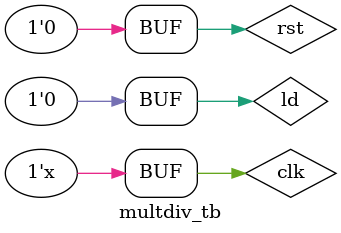
<source format=v>
`define SUPPORT_DIVMOD		1'b1

`define MUL		4'd8
`define MULS	4'd9
`define DIV		4'd10
`define DIVS	4'd11
`define MOD		4'd12
`define MODS	4'd13

module mult_div(rst, clk, ld, op, a, b, p, q, r, done);
parameter IDLE=3'd0;
parameter MULT=3'd1;
parameter FIX_SIGN=3'd2;
parameter DIV=3'd3;
input rst;
input clk;
input ld;
input [3:0] op;
input [31:0] a;
input [31:0] b;
output reg [63:0] p;
output reg [31:0] q;
output reg [31:0] r;
output done;

reg [31:0] aa, bb;
reg res_sgn;

reg [2:0] state;

assign done = state==IDLE;
wire [31:0] diff = r - bb;
wire [31:0] pa = a[31] ? -a : a;
reg [5:0] cnt;

always @(posedge clk)
if (rst)
state <= IDLE;
else begin
case(state)
IDLE:
	if (ld) begin
		cnt <= 6'd32;
		case(op)
		`MUL:
			begin
				aa <= a;
				bb <= b;
				res_sgn <= 1'b0;
				state <= MULT;
			end
		`MULS:
			begin
				aa <= a[31] ? -a : a;
				bb <= b[31] ? -b : b;
				res_sgn <= a[31] ^ b[31];
				state <= MULT;
			end
`ifdef SUPPORT_DIVMOD
		`DIV,`MOD:
			begin
				aa <= a;
				bb <= b;
				q <= a[30:0];
				r <= a[31];
				res_sgn <= 1'b0;
				state <= DIV;
			end
		`DIVS,`MODS:
			begin
				aa <= a[31] ? -a : a;
				bb <= b[31] ? -b : b;
				q <= pa[30:0];
				r <= pa[31];
				res_sgn <= a[31] ^ b[31];
				state <= DIV;
			end
`endif
		default:
			state <= IDLE;
		endcase
	end
MULT:
	begin
		state <= res_sgn ? FIX_SIGN : IDLE;
		p <= aa * bb;
	end
`ifdef SUPPORT_DIVMOD
DIV:
	begin
		q <= {q[30:0],~diff[31]};
		if (cnt==6'd0) begin
			state <= res_sgn ? FIX_SIGN : IDLE;
			if (diff[31])
				r <= r[30:0];
			else
				r <= diff[30:0];
		end
		else begin
			if (diff[31])
				r <= {r[30:0],q[31]};
			else
				r <= {diff[30:0],q[31]};
		end
		cnt <= cnt - 6'd1;
	end
`endif

FIX_SIGN:
	begin
		state <= IDLE;
		if (res_sgn) begin
			p <= -p;
			q <= -q;
			r <= -r;
		end
	end
default:	state <= IDLE;
endcase
end

endmodule

module multdiv_tb();
reg rst;
reg clk;
reg ld;

initial begin
	#0 clk = 1'b0;
	#0 rst = 1'b0;
	#10 rst = 1'b1;
	#10 rst = 1'b0;
	#10 ld = 1'b1;
	#20 ld = 1'b0;
end

always #10 clk = ~clk;

mult_div umd1 (
	.rst(rst),
	.clk(clk),
	.ld(ld),
	.op(`DIV),
	.a(32'h12345678),
	.b(32'd10),
	.p(),
	.q(),
	.r(),
	.done()
);

endmodule

</source>
